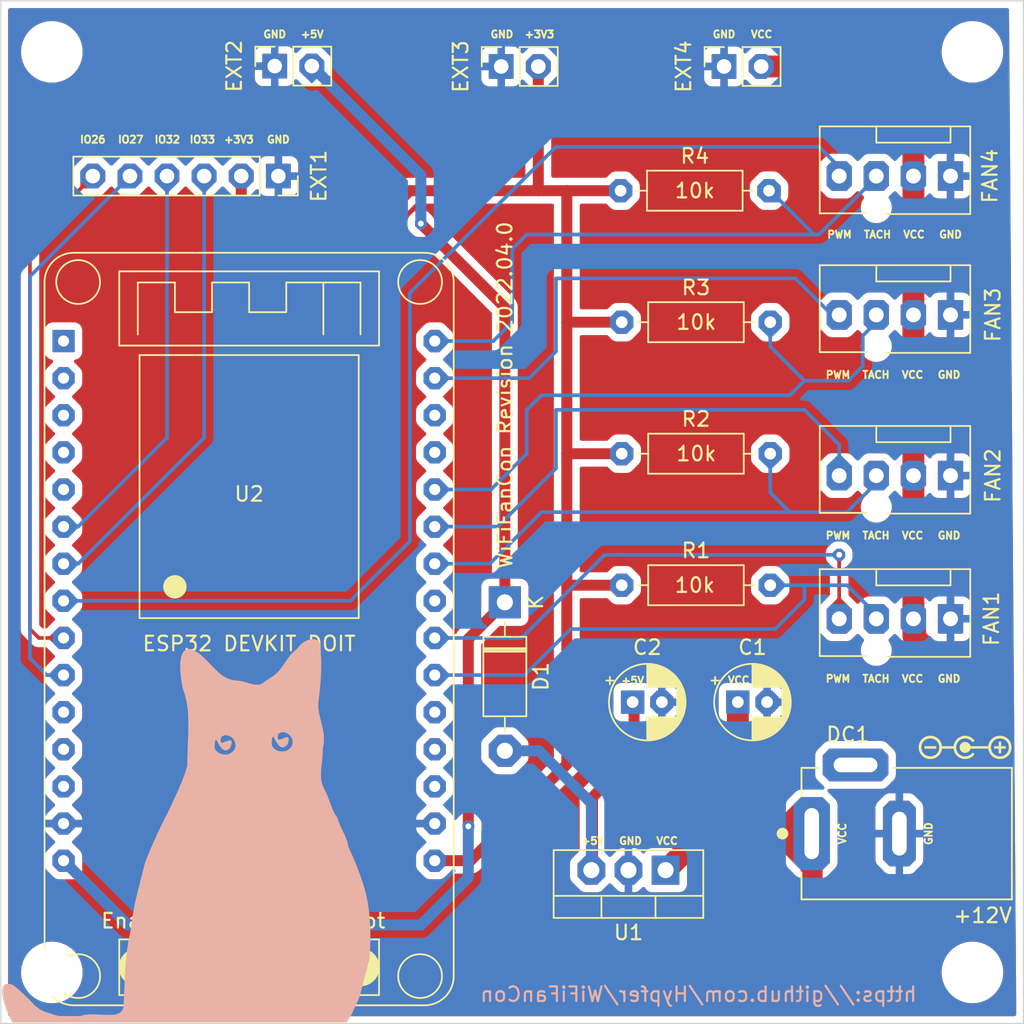
<source format=kicad_pcb>
(kicad_pcb (version 20211014) (generator pcbnew)
  (title_block (title "WiFiFanCon") (date "2022-04-23") (rev "2022.04.0"))
  (layers (0 "F.Cu" signal) (31 "B.Cu" signal) (34 "B.Paste" user) (35 "F.Paste" user) (36 "B.SilkS" user "B.Silkscreen") (37 "F.SilkS" user "F.Silkscreen") (38 "B.Mask" user) (39 "F.Mask" user) (44 "Edge.Cuts" user))
  (net 0 "")
  (net 1 "GND")
  (net 2 "VCC")
  (net 3 "+3V3")
  (net 18 "+5V")
  (net 20 "TACH1")
  (net 21 "PWM1")
  (net 22 "Net-(EXT1-Pad3)")
  (net 23 "Net-(EXT1-Pad4)")
  (net 24 "Net-(EXT1-Pad5)")
  (net 25 "TACH2")
  (net 26 "PWM2")
  (net 27 "TACH3")
  (net 28 "PWM3")
  (net 29 "TACH4")
  (net 30 "PWM4")
  (net 31 "Net-(EXT1-Pad6)")
  (net 32 "Net-(C2-Pad1)")
  (footprint "Custom:esp32_devkit_v1_doit" (layer "F.Cu") (at 148 81.29)
    (fp_text reference "U2")
    (fp_text value "ESP32_DevKit_V1_DOIT")
  )
  (footprint "Connector_PinSocket_2.54mm:PinSocket_1x06_P2.54mm_Vertical" (layer "F.Cu") (at 150 70 -90)
    (fp_text reference "EXT1")
    (fp_text value "Extension Header 1" hide)
  )
  (footprint "Capacitor_THT:CP_Radial_D5.0mm_P2.00mm" (layer "F.Cu") (at 181.444888 106)
    (fp_text reference "C1")
    (fp_text value "C_Polarized_Small" hide)
  )
  (footprint "Resistor_THT:R_Axial_DIN0207_L6.3mm_D2.5mm_P10.16mm_Horizontal" (layer "F.Cu") (at 173.5 89)
    (fp_text reference "R2")
    (fp_text value "10k")
  )
  (footprint "Connector_PinSocket_2.54mm:PinSocket_1x02_P2.54mm_Vertical" (layer "F.Cu") (at 149.75 62.475 90)
    (fp_text reference "EXT2")
    (fp_text value "Extension Header 2" hide)
  )
  (footprint "Custom:CUI_PJ-202BH" (layer "F.Cu") (at 193 115)
    (fp_text reference "DC1")
    (fp_text value "PJ-202BH")
  )
  (footprint "Resistor_THT:R_Axial_DIN0207_L6.3mm_D2.5mm_P10.16mm_Horizontal" (layer "F.Cu") (at 173.5 98)
    (fp_text reference "R1")
    (fp_text value "10k")
  )
  (footprint "Connector_PinSocket_2.54mm:PinSocket_1x02_P2.54mm_Vertical" (layer "F.Cu") (at 165.25 62.5 90)
    (fp_text reference "EXT3")
    (fp_text value "Extension Header 3" hide)
  )
  (footprint "MountingHole:MountingHole_3.2mm_M3" (layer "F.Cu") (at 134.5 61.5)
    (fp_text reference "REF**" hide)
    (fp_text value "MountingHole_3.2mm_M3" hide)
  )
  (footprint "MountingHole:MountingHole_3.2mm_M3" (layer "F.Cu") (at 197.5 61.5)
    (fp_text reference "REF**" hide)
    (fp_text value "MountingHole_3.2mm_M3" hide)
  )
  (footprint "Connector:FanPinHeader_1x04_P2.54mm_Vertical" (layer "F.Cu") (at 196 90.5 180)
    (fp_text reference "FAN2")
    (fp_text value "Fan_4pin" hide)
  )
  (footprint "Connector_PinSocket_2.54mm:PinSocket_1x02_P2.54mm_Vertical" (layer "F.Cu") (at 180.5 62.5 90)
    (fp_text reference "EXT4")
    (fp_text value "Extension Header 4" hide)
  )
  (footprint "Connector:FanPinHeader_1x04_P2.54mm_Vertical" (layer "F.Cu") (at 196 70 180)
    (fp_text reference "FAN4")
    (fp_text value "Fan_4pin" hide)
  )
  (footprint "Package_TO_SOT_THT:TO-220-3_Vertical" (layer "F.Cu") (at 176.5 117.5 180)
    (fp_text reference "U1")
    (fp_text value "LM7805_TO220")
  )
  (footprint "Resistor_THT:R_Axial_DIN0207_L6.3mm_D2.5mm_P10.16mm_Horizontal" (layer "F.Cu") (at 173.5 80)
    (fp_text reference "R3")
    (fp_text value "10k")
  )
  (footprint "MountingHole:MountingHole_3.2mm_M3" (layer "F.Cu") (at 134.5 124.5)
    (fp_text reference "REF**" hide)
    (fp_text value "MountingHole_3.2mm_M3" hide)
  )
  (footprint "Custom:center_positive_small" (layer "F.Cu") (at 197 109.1)
    (fp_text reference "G***" hide)
    (fp_text value "LOGO" hide)
  )
  (footprint "Diode_THT:D_DO-41_SOD81_P10.16mm_Horizontal" (layer "F.Cu") (at 165.5 99.17 -90)
    (fp_text reference "D1")
    (fp_text value "1N5817")
  )
  (footprint "Connector:FanPinHeader_1x04_P2.54mm_Vertical" (layer "F.Cu") (at 196 79.5 180)
    (fp_text reference "FAN3")
    (fp_text value "Fan_4pin" hide)
  )
  (footprint "Capacitor_THT:CP_Radial_D5.0mm_P2.00mm" (layer "F.Cu") (at 174.244888 106)
    (fp_text reference "C2")
    (fp_text value "C_Polarized_Small" hide)
  )
  (footprint "MountingHole:MountingHole_3.2mm_M3" (layer "F.Cu") (at 197.5 124.5)
    (fp_text reference "REF**" hide)
    (fp_text value "MountingHole_3.2mm_M3" hide)
  )
  (footprint "Connector:FanPinHeader_1x04_P2.54mm_Vertical" (layer "F.Cu") (at 196 100.3 180)
    (fp_text reference "FAN1")
    (fp_text value "Fan_4pin" hide)
  )
  (footprint "Resistor_THT:R_Axial_DIN0207_L6.3mm_D2.5mm_P10.16mm_Horizontal" (layer "F.Cu") (at 173.42 71)
    (fp_text reference "R4")
    (fp_text value "10k")
  )
  (footprint "Custom:Ket_25_flip" (layer "B.Cu") (at 143.7 114.8 180)
    (fp_text reference "G***" hide)
    (fp_text value "LOGO" hide)
  )
  (gr_rect (start 131 58) (end 201 128) (layer "Edge.Cuts") (width 0.1) (fill none))
  (gr_text "https://github.com/Hypfer/WiFiFanCon" (at 178.75 126) (layer "B.SilkS") (effects (font (size 1 1)) (justify mirror)))
  (gr_text "GND" (at 149.75 60.3) (layer "F.SilkS") (effects (font (size 0.5 0.5) (thickness 0.125))))
  (gr_text "TACH" (at 191 74) (layer "F.SilkS") (effects (font (size 0.5 0.5) (thickness 0.125))))
  (gr_text "GND" (at 195.9 104.4) (layer "F.SilkS") (effects (font (size 0.5 0.5) (thickness 0.125))))
  (gr_text "IO33" (at 144.8 67.5) (layer "F.SilkS") (effects (font (size 0.5 0.5) (thickness 0.125))))
  (gr_text "10k" (at 178.6 89) (layer "F.SilkS") (effects (font (size 1 1))))
  (gr_text "+12V" (at 198.2 120.6) (layer "F.SilkS") (effects (font (size 1 1))))
  (gr_text "VCC" (at 176.6 115.5) (layer "F.SilkS") (effects (font (size 0.5 0.5) (thickness 0.125))))
  (gr_text "+5V" (at 171.5 115.5) (layer "F.SilkS") (effects (font (size 0.5 0.5) (thickness 0.125))))
  (gr_text "+3V3" (at 167.87 60.3) (layer "F.SilkS") (effects (font (size 0.5 0.5) (thickness 0.125))))
  (gr_text "PWM" (at 188.3 104.4) (layer "F.SilkS") (effects (font (size 0.5 0.5) (thickness 0.125))))
  (gr_text "VCC" (at 193.4 83.6) (layer "F.SilkS") (effects (font (size 0.5 0.5) (thickness 0.125))))
  (gr_text "TACH" (at 190.9 83.6) (layer "F.SilkS") (effects (font (size 0.5 0.5) (thickness 0.125))))
  (gr_text "GND" (at 180.5 60.3) (layer "F.SilkS") (effects (font (size 0.5 0.5) (thickness 0.125))))
  (gr_text "VCC" (at 193.4 104.4) (layer "F.SilkS") (effects (font (size 0.5 0.5) (thickness 0.125))))
  (gr_text "VCC" (at 188.6 115 90) (layer "F.SilkS") (effects (font (size 0.5 0.5) (thickness 0.125))))
  (gr_text "GND" (at 196 74) (layer "F.SilkS") (effects (font (size 0.5 0.5) (thickness 0.125))))
  (gr_text "VCC" (at 193.5 74) (layer "F.SilkS") (effects (font (size 0.5 0.5) (thickness 0.125))))
  (gr_text "PWM" (at 188.4 74) (layer "F.SilkS") (effects (font (size 0.5 0.5) (thickness 0.125))))
  (gr_text "GND" (at 195.9 94.6) (layer "F.SilkS") (effects (font (size 0.5 0.5) (thickness 0.125))))
  (gr_text "GND" (at 195.9 83.6) (layer "F.SilkS") (effects (font (size 0.5 0.5) (thickness 0.125))))
  (gr_text "WiFiFanCon Revision 2022.04.0" (at 165.5 85 90) (layer "F.SilkS") (effects (font (size 1 1))))
  (gr_text "GND" (at 150 67.5) (layer "F.SilkS") (effects (font (size 0.5 0.5) (thickness 0.125))))
  (gr_text "10k" (at 178.6 80) (layer "F.SilkS") (effects (font (size 1 1))))
  (gr_text "GND" (at 165.3 60.3) (layer "F.SilkS") (effects (font (size 0.5 0.5) (thickness 0.125))))
  (gr_text "GND" (at 194.5 115 90) (layer "F.SilkS") (effects (font (size 0.5 0.5) (thickness 0.125))))
  (gr_text "10k" (at 178.5 71) (layer "F.SilkS") (effects (font (size 1 1))))
  (gr_text "PWM" (at 188.3 83.6) (layer "F.SilkS") (effects (font (size 0.5 0.5) (thickness 0.125))))
  (gr_text "PWM" (at 188.3 94.6) (layer "F.SilkS") (effects (font (size 0.5 0.5) (thickness 0.125))))
  (gr_text "+5V" (at 152.32 60.3) (layer "F.SilkS") (effects (font (size 0.5 0.5) (thickness 0.125))))
  (gr_text "VCC" (at 181.5 104.5) (layer "F.SilkS") (effects (font (size 0.5 0.5) (thickness 0.125))))
  (gr_text "10k" (at 178.5 98) (layer "F.SilkS") (effects (font (size 1 1))))
  (gr_text "VCC" (at 193.4 94.6) (layer "F.SilkS") (effects (font (size 0.5 0.5) (thickness 0.125))))
  (gr_text "TACH" (at 190.9 94.6) (layer "F.SilkS") (effects (font (size 0.5 0.5) (thickness 0.125))))
  (gr_text "IO32" (at 142.4 67.5) (layer "F.SilkS") (effects (font (size 0.5 0.5) (thickness 0.125))))
  (gr_text "TACH" (at 190.9 104.4) (layer "F.SilkS") (effects (font (size 0.5 0.5) (thickness 0.125))))
  (gr_text "ESP32 DEVKIT DOIT" (at 148 102) (layer "F.SilkS") (effects (font (size 1 1))))
  (gr_text "IO26" (at 137.3 67.5) (layer "F.SilkS") (effects (font (size 0.5 0.5) (thickness 0.125))))
  (gr_text "IO27" (at 139.9 67.5) (layer "F.SilkS") (effects (font (size 0.5 0.5) (thickness 0.125))))
  (gr_text "GND" (at 174.1 115.5) (layer "F.SilkS") (effects (font (size 0.5 0.5) (thickness 0.125))))
  (gr_text "VCC" (at 183.07 60.3) (layer "F.SilkS") (effects (font (size 0.5 0.5) (thickness 0.125))))
  (gr_text "+5V" (at 174.25 104.525) (layer "F.SilkS") (effects (font (size 0.5 0.5) (thickness 0.125))))
  (gr_text "+3V3" (at 147.3 67.5) (layer "F.SilkS") (effects (font (size 0.5 0.5) (thickness 0.125))))
  (segment (start 179.04 115) (end 176.54 117.5) (width 1.5) (layer "F.Cu") (net 2))
  (segment (start 198 106) (end 193.46 101.46) (width 1.5) (layer "F.Cu") (net 2))
  (segment (start 193.46 67.485) (end 193.46 70) (width 1.5) (layer "F.Cu") (net 2))
  (segment (start 193.46 80) (end 193.46 70) (width 1.5) (layer "F.Cu") (net 2))
  (segment (start 198 118) (end 198 106) (width 1.5) (layer "F.Cu") (net 2))
  (segment (start 181.444888 114.944888) (end 181.5 115) (width 1.5) (layer "F.Cu") (net 2))
  (segment (start 193.46 101.46) (end 193.46 100) (width 1.5) (layer "F.Cu") (net 2))
  (segment (start 188.475 62.5) (end 193.46 67.485) (width 1.5) (layer "F.Cu") (net 2))
  (segment (start 181.444888 106) (end 181.444888 114.944888) (width 1.5) (layer "F.Cu") (net 2))
  (segment (start 187 119) (end 197 119) (width 1.5) (layer "F.Cu") (net 2))
  (segment (start 193.46 90) (end 193.46 80) (width 1.5) (layer "F.Cu") (net 2))
  (segment (start 197 119) (end 198 118) (width 1.5) (layer "F.Cu") (net 2))
  (segment (start 186.5 115) (end 186.5 118.5) (width 1.5) (layer "F.Cu") (net 2))
  (segment (start 186.5 118.5) (end 187 119) (width 1.5) (layer "F.Cu") (net 2))
  (segment (start 186.5 115) (end 181.5 115) (width 1.5) (layer "F.Cu") (net 2))
  (segment (start 193.46 100) (end 193.46 90) (width 1.5) (layer "F.Cu") (net 2))
  (segment (start 181.5 115) (end 179.04 115) (width 1.5) (layer "F.Cu") (net 2))
  (segment (start 183.04 62.5) (end 188.475 62.5) (width 1.5) (layer "F.Cu") (net 2))
  (segment (start 169.74 80) (end 169.74 71) (width 0.75) (layer "F.Cu") (net 3))
  (segment (start 167.79 62.5) (end 167.79 70.99) (width 0.75) (layer "F.Cu") (net 3))
  (segment (start 173.5 80) (end 169.74 80) (width 0.75) (layer "F.Cu") (net 3))
  (segment (start 147.46 72.46) (end 147.46 70.025) (width 0.75) (layer "F.Cu") (net 3))
  (segment (start 163.15 116.85) (end 160.7 116.85) (width 0.75) (layer "F.Cu") (net 3))
  (segment (start 173.5 98) (end 169.74 98) (width 0.75) (layer "F.Cu") (net 3))
  (segment (start 169.74 98) (end 169.74 89) (width 0.75) (layer "F.Cu") (net 3))
  (segment (start 173.5 71) (end 169.74 71) (width 0.75) (layer "F.Cu") (net 3))
  (segment (start 148 73) (end 147.46 72.46) (width 0.75) (layer "F.Cu") (net 3))
  (segment (start 167.79 70.99) (end 167.8 71) (width 0.75) (layer "F.Cu") (net 3))
  (segment (start 167.8 71) (end 159 71) (width 0.75) (layer "F.Cu") (net 3))
  (segment (start 169.74 71) (end 167.8 71) (width 0.75) (layer "F.Cu") (net 3))
  (segment (start 169.74 89) (end 169.74 80) (width 0.75) (layer "F.Cu") (net 3))
  (segment (start 157 73) (end 148 73) (width 0.75) (layer "F.Cu") (net 3))
  (segment (start 159 71) (end 157 73) (width 0.75) (layer "F.Cu") (net 3))
  (segment (start 173.5 89) (end 169.74 89) (width 0.75) (layer "F.Cu") (net 3))
  (segment (start 169.74 98) (end 169.74 110.26) (width 0.75) (layer "F.Cu") (net 3))
  (segment (start 169.74 110.26) (end 163.15 116.85) (width 0.75) (layer "F.Cu") (net 3))
  (segment (start 165.5 79) (end 159.75 73.25) (width 0.75) (layer "F.Cu") (net 18))
  (segment (start 163 114.5) (end 163 101.67) (width 0.75) (layer "F.Cu") (net 18))
  (segment (start 165.5 99.17) (end 165.5 79) (width 0.75) (layer "F.Cu") (net 18))
  (segment (start 163 101.67) (end 165.5 99.17) (width 0.75) (layer "F.Cu") (net 18))
  (via (at 163 114.5) (size 0.8) (drill 0.4) (layers "F.Cu" "B.Cu") (net 18))
  (via (at 159.75 73.25) (size 0.8) (drill 0.4) (layers "F.Cu" "B.Cu") (net 18))
  (segment (start 139.7 121.25) (end 159.75 121.25) (width 0.75) (layer "B.Cu") (net 18))
  (segment (start 135.3 116.85) (end 139.7 121.25) (width 0.75) (layer "B.Cu") (net 18))
  (segment (start 163 114.5) (end 163 118) (width 0.75) (layer "B.Cu") (net 18))
  (segment (start 159.75 69.935) (end 152.29 62.475) (width 0.75) (layer "B.Cu") (net 18))
  (segment (start 163 118) (end 159.75 121.25) (width 0.75) (layer "B.Cu") (net 18))
  (segment (start 159.75 73.25) (end 159.75 69.935) (width 0.75) (layer "B.Cu") (net 18))
  (segment (start 170 101) (end 184 101) (width 0.25) (layer "B.Cu") (net 20))
  (segment (start 166.85 104.15) (end 170 101) (width 0.25) (layer "B.Cu") (net 20))
  (segment (start 186 99) (end 186 98) (width 0.25) (layer "B.Cu") (net 20))
  (segment (start 188.92 98) (end 190.92 100) (width 0.25) (layer "B.Cu") (net 20))
  (segment (start 186 98) (end 188.92 98) (width 0.25) (layer "B.Cu") (net 20))
  (segment (start 160.7 104.15) (end 166.85 104.15) (width 0.25) (layer "B.Cu") (net 20))
  (segment (start 184 101) (end 186 99) (width 0.25) (layer "B.Cu") (net 20))
  (segment (start 186 98) (end 183.66 98) (width 0.25) (layer "B.Cu") (net 20))
  (segment (start 188.38 100.3) (end 188.38 95.92) (width 0.25) (layer "F.Cu") (net 21))
  (via (at 188.38 95.92) (size 0.8) (drill 0.4) (layers "F.Cu" "B.Cu") (net 21))
  (segment (start 160.7 101.61) (end 166.64 101.61) (width 0.25) (layer "B.Cu") (net 21))
  (segment (start 172.33 95.92) (end 173.17 95.92) (width 0.25) (layer "B.Cu") (net 21))
  (segment (start 188.38 95.92) (end 173.17 95.92) (width 0.25) (layer "B.Cu") (net 21))
  (segment (start 166.64 101.61) (end 172.33 95.92) (width 0.25) (layer "B.Cu") (net 21))
  (segment (start 135.3 96.53) (end 136.3 96.53) (width 0.25) (layer "B.Cu") (net 22))
  (segment (start 144.92 87.91) (end 136.3 96.53) (width 0.25) (layer "B.Cu") (net 22))
  (segment (start 144.92 70.025) (end 144.92 87.91) (width 0.25) (layer "B.Cu") (net 22))
  (segment (start 142.38 87.91) (end 136.3 93.99) (width 0.25) (layer "B.Cu") (net 23))
  (segment (start 136.3 93.99) (end 135.3 93.99) (width 0.25) (layer "B.Cu") (net 23))
  (segment (start 142.38 70.025) (end 142.38 87.91) (width 0.25) (layer "B.Cu") (net 23))
  (segment (start 133 76.865) (end 139.84 70.025) (width 0.25) (layer "B.Cu") (net 24))
  (segment (start 135.3 104.15) (end 134.15 104.15) (width 0.25) (layer "B.Cu") (net 24))
  (segment (start 133 103) (end 133 76.865) (width 0.25) (layer "B.Cu") (net 24))
  (segment (start 134.15 104.15) (end 133 103) (width 0.25) (layer "B.Cu") (net 24))
  (segment (start 188.92 93) (end 190.92 91) (width 0.25) (layer "B.Cu") (net 25))
  (segment (start 183.66 91.66) (end 185 93) (width 0.25) (layer "B.Cu") (net 25))
  (segment (start 168 93) (end 164.47 96.53) (width 0.25) (layer "B.Cu") (net 25))
  (segment (start 185 93) (end 168 93) (width 0.25) (layer "B.Cu") (net 25))
  (segment (start 183.66 89) (end 183.66 91.66) (width 0.25) (layer "B.Cu") (net 25))
  (segment (start 185 93) (end 188.92 93) (width 0.25) (layer "B.Cu") (net 25))
  (segment (start 164.47 96.53) (end 160.7 96.53) (width 0.25) (layer "B.Cu") (net 25))
  (segment (start 169 86) (end 169 90) (width 0.25) (layer "B.Cu") (net 26))
  (segment (start 188.38 88.38) (end 186 86) (width 0.25) (layer "B.Cu") (net 26))
  (segment (start 188.38 91) (end 188.38 88.38) (width 0.25) (layer "B.Cu") (net 26))
  (segment (start 165.01 93.99) (end 160.7 93.99) (width 0.25) (layer "B.Cu") (net 26))
  (segment (start 186 86) (end 169 86) (width 0.25) (layer "B.Cu") (net 26))
  (segment (start 169 90) (end 165.01 93.99) (width 0.25) (layer "B.Cu") (net 26))
  (segment (start 185 85) (end 168 85) (width 0.25) (layer "B.Cu") (net 27))
  (segment (start 186 84) (end 185 85) (width 0.25) (layer "B.Cu") (net 27))
  (segment (start 168 85) (end 167 86) (width 0.25) (layer "B.Cu") (net 27))
  (segment (start 189.995479 82.995479) (end 190 83) (width 0.25) (layer "B.Cu") (net 27))
  (segment (start 190.92 80) (end 189.995479 80.924521) (width 0.25) (layer "B.Cu") (net 27))
  (segment (start 189.995479 80.924521) (end 189.995479 82.995479) (width 0.25) (layer "B.Cu") (net 27))
  (segment (start 183.66 81.66) (end 183.66 80) (width 0.25) (layer "B.Cu") (net 27))
  (segment (start 190 83) (end 189 84) (width 0.25) (layer "B.Cu") (net 27))
  (segment (start 167 86) (end 167 89) (width 0.25) (layer "B.Cu") (net 27))
  (segment (start 164.55 91.45) (end 160.7 91.45) (width 0.25) (layer "B.Cu") (net 27))
  (segment (start 186 84) (end 183.66 81.66) (width 0.25) (layer "B.Cu") (net 27))
  (segment (start 189 84) (end 186 84) (width 0.25) (layer "B.Cu") (net 27))
  (segment (start 167 89) (end 164.55 91.45) (width 0.25) (layer "B.Cu") (net 27))
  (segment (start 167.17 83.83) (end 160.7 83.83) (width 0.25) (layer "B.Cu") (net 28))
  (segment (start 169 77) (end 169 82) (width 0.25) (layer "B.Cu") (net 28))
  (segment (start 185.38 77) (end 169 77) (width 0.25) (layer "B.Cu") (net 28))
  (segment (start 169 82) (end 167.17 83.83) (width 0.25) (layer "B.Cu") (net 28))
  (segment (start 188.38 80) (end 185.38 77) (width 0.25) (layer "B.Cu") (net 28))
  (segment (start 189 72) (end 187 74) (width 0.25) (layer "B.Cu") (net 29))
  (segment (start 164.71 81.29) (end 160.7 81.29) (width 0.25) (layer "B.Cu") (net 29))
  (segment (start 187 74) (end 186.9 74) (width 0.25) (layer "B.Cu") (net 29))
  (segment (start 186.66 74) (end 186.9 74) (width 0.25) (layer "B.Cu") (net 29))
  (segment (start 166 80) (end 164.71 81.29) (width 0.25) (layer "B.Cu") (net 29))
  (segment (start 183.66 71) (end 186.66 74) (width 0.25) (layer "B.Cu") (net 29))
  (segment (start 167 74) (end 166 75) (width 0.25) (layer "B.Cu") (net 29))
  (segment (start 166 75) (end 166 80) (width 0.25) (layer "B.Cu") (net 29))
  (segment (start 189 72) (end 190.92 70.08) (width 0.25) (layer "B.Cu") (net 29))
  (segment (start 186.9 74) (end 167 74) (width 0.25) (layer "B.Cu") (net 29))
  (segment (start 190.92 70.08) (end 190.92 70) (width 0.25) (layer "B.Cu") (net 29))
  (segment (start 188.38 69.38) (end 187 68) (width 0.25) (layer "B.Cu") (net 30))
  (segment (start 169 68) (end 159 78) (width 0.25) (layer "B.Cu") (net 30))
  (segment (start 187 68) (end 169 68) (width 0.25) (layer "B.Cu") (net 30))
  (segment (start 159 78) (end 159 95) (width 0.25) (layer "B.Cu") (net 30))
  (segment (start 159 95) (end 154.93 99.07) (width 0.25) (layer "B.Cu") (net 30))
  (segment (start 188.38 70) (end 188.38 69.38) (width 0.25) (layer "B.Cu") (net 30))
  (segment (start 154.93 99.07) (end 135.3 99.07) (width 0.25) (layer "B.Cu") (net 30))
  (segment (start 133 101) (end 133 74.325) (width 0.25) (layer "F.Cu") (net 31))
  (segment (start 135.3 101.61) (end 133.61 101.61) (width 0.25) (layer "F.Cu") (net 31))
  (segment (start 133 74.325) (end 137.3 70.025) (width 0.25) (layer "F.Cu") (net 31))
  (segment (start 133 101) (end 133.61 101.61) (width 0.25) (layer "F.Cu") (net 31))
  (segment (start 171.5 112.5) (end 174.344888 109.655112) (width 0.75) (layer "F.Cu") (net 32))
  (segment (start 171.42 117.5) (end 171.5 117.5) (width 0.75) (layer "F.Cu") (net 32))
  (segment (start 171.5 117.5) (end 171.5 112.5) (width 0.75) (layer "F.Cu") (net 32))
  (segment (start 174.344888 109.655112) (end 174.344888 106) (width 0.75) (layer "F.Cu") (net 32))
  (segment (start 171.42 112.92) (end 167.83 109.33) (width 0.75) (layer "B.Cu") (net 32))
  (segment (start 171.42 117.5) (end 171.42 112.92) (width 0.75) (layer "B.Cu") (net 32))
  (segment (start 167.83 109.33) (end 165.5 109.33) (width 0.75) (layer "B.Cu") (net 32))
  (zone (net 21) (net_name "PWM1") (layer "F.Cu") (name "$oktizer$") (priority 22222) (connect_pads yes (clearance 0)) (min_thickness 0.1) (fill yes (thermal_gap 0.508) (thermal_bridge_width 0.508) (island_removal_mode 1) (island_area_min 0))
    (polygon (pts (xy 187.873294 101.315) (xy 187.515 100.956706) (xy 187.515 99.643294) (xy 188.38 98.778294) (xy 189.245 99.643294) (xy 189.245 100.956706) (xy 188.886706 101.315)))
  )
  (zone (net 31) (net_name "Net-(EXT1-Pad6)") (layer "F.Cu") (name "$oktizer$") (priority 22222) (connect_pads yes (clearance 0)) (min_thickness 0.1) (fill yes (thermal_gap 0.508) (thermal_bridge_width 0.508) (island_removal_mode 1) (island_area_min 0))
    (polygon (pts (xy 136.45 70.85) (xy 136.45 69.647918) (xy 136.947918 69.15) (xy 137.652082 69.15) (xy 138.15 69.647918) (xy 138.15 70.352082) (xy 137.652082 70.85)))
  )
  (zone (net 3) (net_name "+3V3") (layer "F.Cu") (name "$oktizer$") (priority 22222) (connect_pads yes (clearance 0)) (min_thickness 0.1) (fill yes (thermal_gap 0.508) (thermal_bridge_width 0.508) (island_removal_mode 1) (island_area_min 0))
    (polygon (pts (xy 161.777631 116.85) (xy 161.015631 117.612) (xy 160.384369 117.612) (xy 159.938 117.165631) (xy 159.938 116.534369) (xy 160.384369 116.088) (xy 161.015631 116.088)))
  )
  (zone (net 21) (net_name "PWM1") (layer "F.Cu") (name "$oktizer$") (priority 22222) (connect_pads yes (clearance 0)) (min_thickness 0.1) (fill yes (thermal_gap 0.508) (thermal_bridge_width 0.508) (island_removal_mode 1) (island_area_min 0))
    (polygon (pts (xy 188.78 96.085686) (xy 188.38 96.485686) (xy 187.98 96.085686) (xy 187.98 95.754314) (xy 188.214314 95.52) (xy 188.545686 95.52) (xy 188.78 95.754314)))
  )
  (zone (net 3) (net_name "+3V3") (layer "F.Cu") (name "$oktizer$") (priority 22222) (connect_pads yes (clearance 0)) (min_thickness 0.1) (fill yes (thermal_gap 0.508) (thermal_bridge_width 0.508) (island_removal_mode 1) (island_area_min 0))
    (polygon (pts (xy 174.3 98.331371) (xy 173.831371 98.8) (xy 173.168629 98.8) (xy 172.368629 98) (xy 173.168629 97.2) (xy 173.831371 97.2) (xy 174.3 97.668629)))
  )
  (zone (net 18) (net_name "+5V") (layer "F.Cu") (name "$oktizer$") (priority 22222) (connect_pads yes (clearance 0)) (min_thickness 0.1) (fill yes (thermal_gap 0.508) (thermal_bridge_width 0.508) (island_removal_mode 1) (island_area_min 0))
    (polygon (pts (xy 163.4 114.665686) (xy 163.165686 114.9) (xy 162.834314 114.9) (xy 162.6 114.665686) (xy 162.6 114.334314) (xy 163 113.934314) (xy 163.4 114.334314)))
  )
  (zone (net 2) (net_name "VCC") (layer "F.Cu") (name "$oktizer$") (priority 22222) (connect_pads yes (clearance 0)) (min_thickness 0.1) (fill yes (thermal_gap 0.508) (thermal_bridge_width 0.508) (island_removal_mode 1) (island_area_min 0))
    (polygon (pts (xy 182.244888 106.331371) (xy 181.444888 107.131371) (xy 180.644888 106.331371) (xy 180.644888 105.668629) (xy 181.113517 105.2) (xy 181.776259 105.2) (xy 182.244888 105.668629)))
  )
  (zone (net 21) (net_name "PWM1") (layer "F.Cu") (name "$oktizer$") (priority 22222) (connect_pads yes (clearance 0)) (min_thickness 0.1) (fill yes (thermal_gap 0.508) (thermal_bridge_width 0.508) (island_removal_mode 1) (island_area_min 0))
    (polygon (pts (xy 188.78 96.085686) (xy 188.38 96.485686) (xy 187.98 96.085686) (xy 187.98 95.754314) (xy 188.214314 95.52) (xy 188.545686 95.52) (xy 188.78 95.754314)))
  )
  (zone (net 18) (net_name "+5V") (layer "F.Cu") (name "$oktizer$") (priority 22222) (connect_pads yes (clearance 0)) (min_thickness 0.1) (fill yes (thermal_gap 0.508) (thermal_bridge_width 0.508) (island_removal_mode 1) (island_area_min 0))
    (polygon (pts (xy 136.062 117.612) (xy 134.984369 117.612) (xy 134.538 117.165631) (xy 134.538 116.534369) (xy 134.984369 116.088) (xy 135.615631 116.088) (xy 136.062 116.534369)))
  )
  (zone (net 2) (net_name "VCC") (layer "F.Cu") (name "$oktizer$") (priority 22222) (connect_pads yes (clearance 0)) (min_thickness 0.1) (fill yes (thermal_gap 0.508) (thermal_bridge_width 0.508) (island_removal_mode 1) (island_area_min 0))
    (polygon (pts (xy 193.46 81.021706) (xy 192.595 80.156706) (xy 192.595 78.843294) (xy 193.46 77.978294) (xy 194.325 78.843294) (xy 194.325 80.156706)))
  )
  (zone (net 2) (net_name "VCC") (layer "F.Cu") (name "$oktizer$") (priority 22222) (connect_pads yes (clearance 0)) (min_thickness 0.1) (fill yes (thermal_gap 0.508) (thermal_bridge_width 0.508) (island_removal_mode 1) (island_area_min 0))
    (polygon (pts (xy 193.46 92.021706) (xy 192.595 91.156706) (xy 192.595 89.843294) (xy 193.46 88.978294) (xy 194.325 89.843294) (xy 194.325 91.156706)))
  )
  (zone locked (net 3) (net_name "+3V3") (layer "F.Cu") (name "$oktizer$") (priority 22222) (connect_pads yes (clearance 0)) (min_thickness 0.1) (fill yes (thermal_gap 0.508) (thermal_bridge_width 0.508) (island_removal_mode 1) (island_area_min 0))
    (polygon (pts (xy 168.142082 61.65) (xy 168.64 62.147918) (xy 168.64 62.852082) (xy 167.79 63.702082) (xy 166.94 62.852082) (xy 166.94 62.147918) (xy 167.437918 61.65)))
  )
  (zone (net 21) (net_name "PWM1") (layer "F.Cu") (name "$oktizer$") (priority 22222) (connect_pads yes (clearance 0)) (min_thickness 0.1) (fill yes (thermal_gap 0.508) (thermal_bridge_width 0.508) (island_removal_mode 1) (island_area_min 0))
    (polygon (pts (xy 188.78 96.085686) (xy 188.38 96.485686) (xy 187.98 96.085686) (xy 187.98 95.754314) (xy 188.214314 95.52) (xy 188.545686 95.52) (xy 188.78 95.754314)))
  )
  (zone (net 3) (net_name "+3V3") (layer "F.Cu") (name "$oktizer$") (priority 22222) (connect_pads yes (clearance 0)) (min_thickness 0.1) (fill yes (thermal_gap 0.508) (thermal_bridge_width 0.508) (island_removal_mode 1) (island_area_min 0))
    (polygon (pts (xy 174.22 71.331371) (xy 173.751371 71.8) (xy 173.088629 71.8) (xy 172.288629 71) (xy 173.088629 70.2) (xy 173.751371 70.2) (xy 174.22 70.668629)))
  )
  (zone (net 21) (net_name "PWM1") (layer "F.Cu") (name "$oktizer$") (priority 22222) (connect_pads yes (clearance 0)) (min_thickness 0.1) (fill yes (thermal_gap 0.508) (thermal_bridge_width 0.508) (island_removal_mode 1) (island_area_min 0))
    (polygon (pts (xy 188.78 96.085686) (xy 188.38 96.485686) (xy 187.98 96.085686) (xy 187.98 95.754314) (xy 188.214314 95.52) (xy 188.545686 95.52) (xy 188.78 95.754314)))
  )
  (zone (net 21) (net_name "PWM1") (layer "F.Cu") (name "$oktizer$") (priority 22222) (connect_pads yes (clearance 0)) (min_thickness 0.1) (fill yes (thermal_gap 0.508) (thermal_bridge_width 0.508) (island_removal_mode 1) (island_area_min 0))
    (polygon (pts (xy 188.78 96.085686) (xy 188.38 96.485686) (xy 187.98 96.085686) (xy 187.98 95.754314) (xy 188.214314 95.52) (xy 188.545686 95.52) (xy 188.78 95.754314)))
  )
  (zone (net 32) (net_name "Net-(C2-Pad1)") (layer "F.Cu") (name "$oktizer$") (priority 22222) (connect_pads yes (clearance 0)) (min_thickness 0.1) (fill yes (thermal_gap 0.508) (thermal_bridge_width 0.508) (island_removal_mode 1) (island_area_min 0))
    (polygon (pts (xy 175.044888 106.331371) (xy 174.244888 107.131371) (xy 173.444888 106.331371) (xy 173.444888 105.668629) (xy 173.913517 105.2) (xy 174.576259 105.2) (xy 175.044888 105.668629)))
  )
  (zone (net 2) (net_name "VCC") (layer "F.Cu") (name "$oktizer$") (priority 22222) (connect_pads yes (clearance 0)) (min_thickness 0.1) (fill yes (thermal_gap 0.508) (thermal_bridge_width 0.508) (island_removal_mode 1) (island_area_min 0))
    (polygon (pts (xy 183.392082 61.65) (xy 184.242082 62.5) (xy 183.392082 63.35) (xy 182.687918 63.35) (xy 182.19 62.852082) (xy 182.19 62.147918) (xy 182.687918 61.65)))
  )
  (zone (net 3) (net_name "+3V3") (layer "F.Cu") (name "$oktizer$") (priority 22222) (connect_pads yes (clearance 0)) (min_thickness 0.1) (fill yes (thermal_gap 0.508) (thermal_bridge_width 0.508) (island_removal_mode 1) (island_area_min 0))
    (polygon (pts (xy 174.3 80.331371) (xy 173.831371 80.8) (xy 173.168629 80.8) (xy 172.368629 80) (xy 173.168629 79.2) (xy 173.831371 79.2) (xy 174.3 79.668629)))
  )
  (zone (net 2) (net_name "VCC") (layer "F.Cu") (name "$oktizer$") (priority 22222) (connect_pads yes (clearance 0)) (min_thickness 0.1) (fill yes (thermal_gap 0.508) (thermal_bridge_width 0.508) (island_removal_mode 1) (island_area_min 0))
    (polygon (pts (xy 193.46 71.521706) (xy 192.595 70.656706) (xy 192.595 69.343294) (xy 193.46 68.478294) (xy 194.325 69.343294) (xy 194.325 70.656706)))
  )
  (zone (net 21) (net_name "PWM1") (layer "F.Cu") (name "$oktizer$") (priority 22222) (connect_pads yes (clearance 0)) (min_thickness 0.1) (fill yes (thermal_gap 0.508) (thermal_bridge_width 0.508) (island_removal_mode 1) (island_area_min 0))
    (polygon (pts (xy 188.78 96.085686) (xy 188.38 96.485686) (xy 187.98 96.085686) (xy 187.98 95.754314) (xy 188.214314 95.52) (xy 188.545686 95.52) (xy 188.78 95.754314)))
  )
  (zone (net 1) (net_name "GND") (layer "F.Cu") (connect_pads (clearance 0.508)) (min_thickness 0.254) (fill yes (thermal_gap 0.508) (thermal_bridge_width 0.508))
    (polygon (pts (xy 200.5 127.5) (xy 131.5 127.5) (xy 131.5 58.5) (xy 200 58.5)))
  )
  (zone (net 31) (net_name "Net-(EXT1-Pad6)") (layer "F.Cu") (name "$oktizer$") (priority 22222) (connect_pads yes (clearance 0)) (min_thickness 0.1) (fill yes (thermal_gap 0.508) (thermal_bridge_width 0.508) (island_removal_mode 1) (island_area_min 0))
    (polygon (pts (xy 136.062 101.925631) (xy 135.615631 102.372) (xy 134.984369 102.372) (xy 134.222369 101.61) (xy 134.984369 100.848) (xy 135.615631 100.848) (xy 136.062 101.294369)))
  )
  (zone (net 3) (net_name "+3V3") (layer "F.Cu") (name "$oktizer$") (priority 22222) (connect_pads yes (clearance 0)) (min_thickness 0.1) (fill yes (thermal_gap 0.508) (thermal_bridge_width 0.508) (island_removal_mode 1) (island_area_min 0))
    (polygon (pts (xy 174.3 89.331371) (xy 173.831371 89.8) (xy 173.168629 89.8) (xy 172.368629 89) (xy 173.168629 88.2) (xy 173.831371 88.2) (xy 174.3 88.668629)))
  )
  (zone (net 21) (net_name "PWM1") (layer "F.Cu") (name "$oktizer$") (priority 22222) (connect_pads yes (clearance 0)) (min_thickness 0.1) (fill yes (thermal_gap 0.508) (thermal_bridge_width 0.508) (island_removal_mode 1) (island_area_min 0))
    (polygon (pts (xy 188.78 96.085686) (xy 188.38 96.485686) (xy 187.98 96.085686) (xy 187.98 95.754314) (xy 188.214314 95.52) (xy 188.545686 95.52) (xy 188.78 95.754314)))
  )
  (zone (net 3) (net_name "+3V3") (layer "F.Cu") (name "$oktizer$") (priority 22222) (connect_pads yes (clearance 0)) (min_thickness 0.1) (fill yes (thermal_gap 0.508) (thermal_bridge_width 0.508) (island_removal_mode 1) (island_area_min 0))
    (polygon (pts (xy 147.46 71.202082) (xy 146.61 70.352082) (xy 146.61 69.647918) (xy 147.107918 69.15) (xy 147.812082 69.15) (xy 148.31 69.647918) (xy 148.31 70.352082)))
  )
  (zone (net 18) (net_name "+5V") (layer "F.Cu") (name "$oktizer$") (priority 22222) (connect_pads yes (clearance 0)) (min_thickness 0.1) (fill yes (thermal_gap 0.508) (thermal_bridge_width 0.508) (island_removal_mode 1) (island_area_min 0))
    (polygon (pts (xy 160.15 73.65) (xy 159.584314 73.65) (xy 159.35 73.415686) (xy 159.35 73.084314) (xy 159.584314 72.85) (xy 159.915686 72.85) (xy 160.15 73.084314)))
  )
  (zone (net 2) (net_name "VCC") (layer "F.Cu") (name "$oktizer$") (priority 22222) (connect_pads yes (clearance 0)) (min_thickness 0.1) (fill yes (thermal_gap 0.508) (thermal_bridge_width 0.508) (island_removal_mode 1) (island_area_min 0))
    (polygon (pts (xy 193.46 101.821706) (xy 192.595 100.956706) (xy 192.595 99.643294) (xy 193.46 98.778294) (xy 194.325 99.643294) (xy 194.325 101.315) (xy 193.966706 101.315)))
  )
  (zone (net 21) (net_name "PWM1") (layer "F.Cu") (name "$oktizer$") (priority 22222) (connect_pads yes (clearance 0)) (min_thickness 0.1) (fill yes (thermal_gap 0.508) (thermal_bridge_width 0.508) (island_removal_mode 1) (island_area_min 0))
    (polygon (pts (xy 188.78 96.085686) (xy 188.38 96.485686) (xy 187.98 96.085686) (xy 187.98 95.754314) (xy 188.214314 95.52) (xy 188.545686 95.52) (xy 188.78 95.754314)))
  )
  (zone (net 2) (net_name "VCC") (layer "F.Cu") (name "$oktizer$") (priority 22222) (connect_pads yes (clearance 0)) (min_thickness 0.1) (fill yes (thermal_gap 0.508) (thermal_bridge_width 0.508) (island_removal_mode 1) (island_area_min 0))
    (polygon (pts (xy 187.75 116.982234) (xy 186.5 118.232234) (xy 183.267766 115) (xy 185.767766 112.5) (xy 187.232234 112.5) (xy 187.75 113.017766)))
  )
  (zone (net 22) (net_name "Net-(EXT1-Pad3)") (layer "B.Cu") (name "$oktizer$") (priority 22222) (connect_pads yes (clearance 0)) (min_thickness 0.1) (fill yes (thermal_gap 0.508) (thermal_bridge_width 0.508) (island_removal_mode 1) (island_area_min 0))
    (polygon (pts (xy 136.377631 96.53) (xy 135.615631 97.292) (xy 134.984369 97.292) (xy 134.538 96.845631) (xy 134.538 96.214369) (xy 134.984369 95.768) (xy 135.615631 95.768)))
  )
  (zone (net 18) (net_name "+5V") (layer "B.Cu") (name "$oktizer$") (priority 22222) (connect_pads yes (clearance 0)) (min_thickness 0.1) (fill yes (thermal_gap 0.508) (thermal_bridge_width 0.508) (island_removal_mode 1) (island_area_min 0))
    (polygon (pts (xy 163.4 114.665686) (xy 163 115.065686) (xy 162.6 114.665686) (xy 162.6 114.334314) (xy 162.834314 114.1) (xy 163.165686 114.1) (xy 163.4 114.334314)))
  )
  (zone (net 21) (net_name "PWM1") (layer "B.Cu") (name "$oktizer$") (priority 22222) (connect_pads yes (clearance 0)) (min_thickness 0.1) (fill yes (thermal_gap 0.508) (thermal_bridge_width 0.508) (island_removal_mode 1) (island_area_min 0))
    (polygon (pts (xy 188.78 96.085686) (xy 188.545686 96.32) (xy 188.214314 96.32) (xy 187.814314 95.92) (xy 188.214314 95.52) (xy 188.545686 95.52) (xy 188.78 95.754314)))
  )
  (zone (net 21) (net_name "PWM1") (layer "B.Cu") (name "$oktizer$") (priority 22222) (connect_pads yes (clearance 0)) (min_thickness 0.1) (fill yes (thermal_gap 0.508) (thermal_bridge_width 0.508) (island_removal_mode 1) (island_area_min 0))
    (polygon (pts (xy 188.78 96.085686) (xy 188.545686 96.32) (xy 188.214314 96.32) (xy 187.814314 95.92) (xy 188.214314 95.52) (xy 188.545686 95.52) (xy 188.78 95.754314)))
  )
  (zone (net 21) (net_name "PWM1") (layer "B.Cu") (name "$oktizer$") (priority 22222) (connect_pads yes (clearance 0)) (min_thickness 0.1) (fill yes (thermal_gap 0.508) (thermal_bridge_width 0.508) (island_removal_mode 1) (island_area_min 0))
    (polygon (pts (xy 188.78 96.085686) (xy 188.545686 96.32) (xy 188.214314 96.32) (xy 187.814314 95.92) (xy 188.214314 95.52) (xy 188.545686 95.52) (xy 188.78 95.754314)))
  )
  (zone (net 26) (net_name "PWM2") (layer "B.Cu") (name "$oktizer$") (priority 22222) (connect_pads yes (clearance 0)) (min_thickness 0.1) (fill yes (thermal_gap 0.508) (thermal_bridge_width 0.508) (island_removal_mode 1) (island_area_min 0))
    (polygon (pts (xy 161.777631 93.99) (xy 161.015631 94.752) (xy 160.384369 94.752) (xy 159.938 94.305631) (xy 159.938 93.674369) (xy 160.384369 93.228) (xy 161.015631 93.228)))
  )
  (zone (net 18) (net_name "+5V") (layer "B.Cu") (name "$oktizer$") (priority 22222) (connect_pads yes (clearance 0)) (min_thickness 0.1) (fill yes (thermal_gap 0.508) (thermal_bridge_width 0.508) (island_removal_mode 1) (island_area_min 0))
    (polygon (pts (xy 160.15 73.415686) (xy 159.915686 73.65) (xy 159.584314 73.65) (xy 159.35 73.415686) (xy 159.35 73.084314) (xy 159.75 72.684314) (xy 160.15 73.084314)))
  )
  (zone (net 23) (net_name "Net-(EXT1-Pad4)") (layer "B.Cu") (name "$oktizer$") (priority 22222) (connect_pads yes (clearance 0)) (min_thickness 0.1) (fill yes (thermal_gap 0.508) (thermal_bridge_width 0.508) (island_removal_mode 1) (island_area_min 0))
    (polygon (pts (xy 142.38 71.202082) (xy 141.53 70.352082) (xy 141.53 69.647918) (xy 142.027918 69.15) (xy 142.732082 69.15) (xy 143.23 69.647918) (xy 143.23 70.352082)))
  )
  (zone (net 21) (net_name "PWM1") (layer "B.Cu") (name "$oktizer$") (priority 22222) (connect_pads yes (clearance 0)) (min_thickness 0.1) (fill yes (thermal_gap 0.508) (thermal_bridge_width 0.508) (island_removal_mode 1) (island_area_min 0))
    (polygon (pts (xy 188.78 96.085686) (xy 188.545686 96.32) (xy 188.214314 96.32) (xy 187.814314 95.92) (xy 188.214314 95.52) (xy 188.545686 95.52) (xy 188.78 95.754314)))
  )
  (zone (net 21) (net_name "PWM1") (layer "B.Cu") (name "$oktizer$") (priority 22222) (connect_pads yes (clearance 0)) (min_thickness 0.1) (fill yes (thermal_gap 0.508) (thermal_bridge_width 0.508) (island_removal_mode 1) (island_area_min 0))
    (polygon (pts (xy 188.78 96.085686) (xy 188.545686 96.32) (xy 188.214314 96.32) (xy 187.814314 95.92) (xy 188.214314 95.52) (xy 188.545686 95.52) (xy 188.78 95.754314)))
  )
  (zone (net 20) (net_name "TACH1") (layer "B.Cu") (name "$oktizer$") (priority 22222) (connect_pads yes (clearance 0)) (min_thickness 0.1) (fill yes (thermal_gap 0.508) (thermal_bridge_width 0.508) (island_removal_mode 1) (island_area_min 0))
    (polygon (pts (xy 161.777631 104.15) (xy 161.015631 104.912) (xy 160.384369 104.912) (xy 159.938 104.465631) (xy 159.938 103.834369) (xy 160.384369 103.388) (xy 161.015631 103.388)))
  )
  (zone (net 21) (net_name "PWM1") (layer "B.Cu") (name "$oktizer$") (priority 22222) (connect_pads yes (clearance 0)) (min_thickness 0.1) (fill yes (thermal_gap 0.508) (thermal_bridge_width 0.508) (island_removal_mode 1) (island_area_min 0))
    (polygon (pts (xy 188.78 96.085686) (xy 188.545686 96.32) (xy 188.214314 96.32) (xy 187.814314 95.92) (xy 188.214314 95.52) (xy 188.545686 95.52) (xy 188.78 95.754314)))
  )
  (zone (net 22) (net_name "Net-(EXT1-Pad3)") (layer "B.Cu") (name "$oktizer$") (priority 22222) (connect_pads yes (clearance 0)) (min_thickness 0.1) (fill yes (thermal_gap 0.508) (thermal_bridge_width 0.508) (island_removal_mode 1) (island_area_min 0))
    (polygon (pts (xy 144.92 71.202082) (xy 144.07 70.352082) (xy 144.07 69.647918) (xy 144.567918 69.15) (xy 145.272082 69.15) (xy 145.77 69.647918) (xy 145.77 70.352082)))
  )
  (zone (net 25) (net_name "TACH2") (layer "B.Cu") (name "$oktizer$") (priority 22222) (connect_pads yes (clearance 0)) (min_thickness 0.1) (fill yes (thermal_gap 0.508) (thermal_bridge_width 0.508) (island_removal_mode 1) (island_area_min 0))
    (polygon (pts (xy 184.46 89.331371) (xy 183.66 90.131371) (xy 182.86 89.331371) (xy 182.86 88.668629) (xy 183.328629 88.2) (xy 183.991371 88.2) (xy 184.46 88.668629)))
  )
  (zone (net 24) (net_name "Net-(EXT1-Pad5)") (layer "B.Cu") (name "$oktizer$") (priority 22222) (connect_pads yes (clearance 0)) (min_thickness 0.1) (fill yes (thermal_gap 0.508) (thermal_bridge_width 0.508) (island_removal_mode 1) (island_area_min 0))
    (polygon (pts (xy 138.99 70.85) (xy 138.99 69.647918) (xy 139.487918 69.15) (xy 140.192082 69.15) (xy 140.69 69.647918) (xy 140.69 70.352082) (xy 140.192082 70.85)))
  )
  (zone (net 21) (net_name "PWM1") (layer "B.Cu") (name "$oktizer$") (priority 22222) (connect_pads yes (clearance 0)) (min_thickness 0.1) (fill yes (thermal_gap 0.508) (thermal_bridge_width 0.508) (island_removal_mode 1) (island_area_min 0))
    (polygon (pts (xy 161.777631 101.61) (xy 161.015631 102.372) (xy 160.384369 102.372) (xy 159.938 101.925631) (xy 159.938 101.294369) (xy 160.384369 100.848) (xy 161.015631 100.848)))
  )
  (zone (net 25) (net_name "TACH2") (layer "B.Cu") (name "$oktizer$") (priority 22222) (connect_pads yes (clearance 0)) (min_thickness 0.1) (fill yes (thermal_gap 0.508) (thermal_bridge_width 0.508) (island_removal_mode 1) (island_area_min 0))
    (polygon (pts (xy 161.777631 96.53) (xy 161.015631 97.292) (xy 160.384369 97.292) (xy 159.938 96.845631) (xy 159.938 96.214369) (xy 160.384369 95.768) (xy 161.015631 95.768)))
  )
  (zone (net 23) (net_name "Net-(EXT1-Pad4)") (layer "B.Cu") (name "$oktizer$") (priority 22222) (connect_pads yes (clearance 0)) (min_thickness 0.1) (fill yes (thermal_gap 0.508) (thermal_bridge_width 0.508) (island_removal_mode 1) (island_area_min 0))
    (polygon (pts (xy 136.377631 93.99) (xy 135.615631 94.752) (xy 134.984369 94.752) (xy 134.538 94.305631) (xy 134.538 93.674369) (xy 134.984369 93.228) (xy 135.615631 93.228)))
  )
  (zone (net 1) (net_name "GND") (layer "B.Cu") (connect_pads (clearance 0.508)) (min_thickness 0.254) (fill yes (thermal_gap 0.508) (thermal_bridge_width 0.508))
    (polygon (pts (xy 200.5 127.5) (xy 131.5 127.5) (xy 131.5 58.5) (xy 200 58.5)))
  )
  (zone (net 27) (net_name "TACH3") (layer "B.Cu") (name "$oktizer$") (priority 22222) (connect_pads yes (clearance 0)) (min_thickness 0.1) (fill yes (thermal_gap 0.508) (thermal_bridge_width 0.508) (island_removal_mode 1) (island_area_min 0))
    (polygon (pts (xy 161.777631 91.45) (xy 161.015631 92.212) (xy 160.384369 92.212) (xy 159.938 91.765631) (xy 159.938 91.134369) (xy 160.384369 90.688) (xy 161.015631 90.688)))
  )
  (zone (net 20) (net_name "TACH1") (layer "B.Cu") (name "$oktizer$") (priority 22222) (connect_pads yes (clearance 0)) (min_thickness 0.1) (fill yes (thermal_gap 0.508) (thermal_bridge_width 0.508) (island_removal_mode 1) (island_area_min 0))
    (polygon (pts (xy 190.413294 101.315) (xy 190.055 100.956706) (xy 190.055 99.285) (xy 191.426706 99.285) (xy 191.785 99.643294) (xy 191.785 100.956706) (xy 191.426706 101.315)))
  )
  (zone (net 21) (net_name "PWM1") (layer "B.Cu") (name "$oktizer$") (priority 22222) (connect_pads yes (clearance 0)) (min_thickness 0.1) (fill yes (thermal_gap 0.508) (thermal_bridge_width 0.508) (island_removal_mode 1) (island_area_min 0))
    (polygon (pts (xy 188.78 96.085686) (xy 188.545686 96.32) (xy 188.214314 96.32) (xy 187.814314 95.92) (xy 188.214314 95.52) (xy 188.545686 95.52) (xy 188.78 95.754314)))
  )
  (zone (net 24) (net_name "Net-(EXT1-Pad5)") (layer "B.Cu") (name "$oktizer$") (priority 22222) (connect_pads yes (clearance 0)) (min_thickness 0.1) (fill yes (thermal_gap 0.508) (thermal_bridge_width 0.508) (island_removal_mode 1) (island_area_min 0))
    (polygon (pts (xy 136.062 104.465631) (xy 135.615631 104.912) (xy 134.984369 104.912) (xy 134.222369 104.15) (xy 134.984369 103.388) (xy 135.615631 103.388) (xy 136.062 103.834369)))
  )
  (zone (net 26) (net_name "PWM2") (layer "B.Cu") (name "$oktizer$") (priority 22222) (connect_pads yes (clearance 0)) (min_thickness 0.1) (fill yes (thermal_gap 0.508) (thermal_bridge_width 0.508) (island_removal_mode 1) (island_area_min 0))
    (polygon (pts (xy 187.873294 91.515) (xy 187.515 91.156706) (xy 187.515 89.843294) (xy 188.38 88.978294) (xy 189.245 89.843294) (xy 189.245 91.156706) (xy 188.886706 91.515)))
  )
  (zone (net 29) (net_name "TACH4") (layer "B.Cu") (name "$oktizer$") (priority 22222) (connect_pads yes (clearance 0)) (min_thickness 0.1) (fill yes (thermal_gap 0.508) (thermal_bridge_width 0.508) (island_removal_mode 1) (island_area_min 0))
    (polygon (pts (xy 190.055 71.015) (xy 190.055 69.343294) (xy 190.413294 68.985) (xy 191.426706 68.985) (xy 191.785 69.343294) (xy 191.785 70.656706) (xy 191.426706 71.015)))
  )
  (zone (net 21) (net_name "PWM1") (layer "B.Cu") (name "$oktizer$") (priority 22222) (connect_pads yes (clearance 0)) (min_thickness 0.1) (fill yes (thermal_gap 0.508) (thermal_bridge_width 0.508) (island_removal_mode 1) (island_area_min 0))
    (polygon (pts (xy 188.78 96.085686) (xy 188.545686 96.32) (xy 188.214314 96.32) (xy 187.814314 95.92) (xy 188.214314 95.52) (xy 188.545686 95.52) (xy 188.78 95.754314)))
  )
  (zone (net 30) (net_name "PWM4") (layer "B.Cu") (name "$oktizer$") (priority 22222) (connect_pads yes (clearance 0)) (min_thickness 0.1) (fill yes (thermal_gap 0.508) (thermal_bridge_width 0.508) (island_removal_mode 1) (island_area_min 0))
    (polygon (pts (xy 136.377631 99.07) (xy 135.615631 99.832) (xy 134.984369 99.832) (xy 134.538 99.385631) (xy 134.538 98.754369) (xy 134.984369 98.308) (xy 135.615631 98.308)))
  )
  (zone (net 27) (net_name "TACH3") (layer "B.Cu") (name "$oktizer$") (priority 22222) (connect_pads yes (clearance 0)) (min_thickness 0.1) (fill yes (thermal_gap 0.508) (thermal_bridge_width 0.508) (island_removal_mode 1) (island_area_min 0))
    (polygon (pts (xy 184.46 80.331371) (xy 183.66 81.131371) (xy 182.86 80.331371) (xy 182.86 79.668629) (xy 183.328629 79.2) (xy 183.991371 79.2) (xy 184.46 79.668629)))
  )
  (zone (net 20) (net_name "TACH1") (layer "B.Cu") (name "$oktizer$") (priority 22222) (connect_pads yes (clearance 0)) (min_thickness 0.1) (fill yes (thermal_gap 0.508) (thermal_bridge_width 0.508) (island_removal_mode 1) (island_area_min 0))
    (polygon (pts (xy 184.791371 98) (xy 183.991371 98.8) (xy 183.328629 98.8) (xy 182.86 98.331371) (xy 182.86 97.668629) (xy 183.328629 97.2) (xy 183.991371 97.2)))
  )
  (zone (net 29) (net_name "TACH4") (layer "B.Cu") (name "$oktizer$") (priority 22222) (connect_pads yes (clearance 0)) (min_thickness 0.1) (fill yes (thermal_gap 0.508) (thermal_bridge_width 0.508) (island_removal_mode 1) (island_area_min 0))
    (polygon (pts (xy 184.38 71.8) (xy 183.248629 71.8) (xy 182.78 71.331371) (xy 182.78 70.668629) (xy 183.248629 70.2) (xy 183.911371 70.2) (xy 184.38 70.668629)))
  )
  (zone (net 28) (net_name "PWM3") (layer "B.Cu") (name "$oktizer$") (priority 22222) (connect_pads yes (clearance 0)) (min_thickness 0.1) (fill yes (thermal_gap 0.508) (thermal_bridge_width 0.508) (island_removal_mode 1) (island_area_min 0))
    (polygon (pts (xy 161.777631 83.83) (xy 161.015631 84.592) (xy 160.384369 84.592) (xy 159.938 84.145631) (xy 159.938 83.514369) (xy 160.384369 83.068) (xy 161.015631 83.068)))
  )
  (zone (net 18) (net_name "+5V") (layer "B.Cu") (name "$oktizer$") (priority 22222) (connect_pads yes (clearance 0)) (min_thickness 0.1) (fill yes (thermal_gap 0.508) (thermal_bridge_width 0.508) (island_removal_mode 1) (island_area_min 0))
    (polygon (pts (xy 152.642082 61.625) (xy 153.14 62.122918) (xy 153.14 62.827082) (xy 152.29 63.677082) (xy 151.44 62.827082) (xy 151.44 62.122918) (xy 151.937918 61.625)))
  )
  (zone (net 29) (net_name "TACH4") (layer "B.Cu") (name "$oktizer$") (priority 22222) (connect_pads yes (clearance 0)) (min_thickness 0.1) (fill yes (thermal_gap 0.508) (thermal_bridge_width 0.508) (island_removal_mode 1) (island_area_min 0))
    (polygon (pts (xy 161.777631 81.29) (xy 161.015631 82.052) (xy 160.384369 82.052) (xy 159.938 81.605631) (xy 159.938 80.974369) (xy 160.384369 80.528) (xy 161.015631 80.528)))
  )
)
</source>
